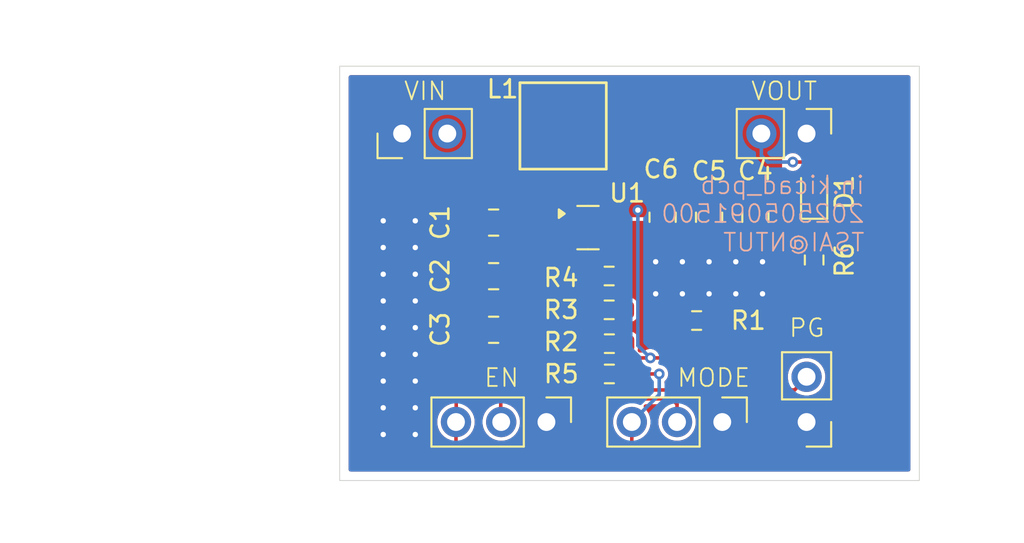
<source format=kicad_pcb>
(kicad_pcb (version 20241229) (generator "pcbnew") (generator_version "9.0")
  (layers (0 "F.Cu" signal) (2 "B.Cu" signal) (13 "F.Paste" user) (15 "B.Paste" user) (5 "F.SilkS" user "F.Silkscreen") (7 "B.SilkS" user "B.Silkscreen") (1 "F.Mask" user) (3 "B.Mask" user) (25 "Edge.Cuts" user))
  (net 0 "")
  (net 1 "GND")
  (net 2 "/VIN")
  (net 3 "/VOUT")
  (net 4 "Net-(D1-K)")
  (net 5 "/PG")
  (net 6 "/MODE")
  (net 7 "/EN")
  (net 8 "/SW")
  (net 9 "/FB")
  (net 10 "Net-(R2-Pad2)")
  (footprint "Connector_PinHeader_2.54mm:PinHeader_1x02_P2.54mm_Vertical" (layer "F.Cu") (at 95.8596 78 90)
    (property "Reference" "J3" (hide yes))
    (property "Value" "Conn_01x02" (hide yes))
    (fp_line (start -1.38 -1.38) (end 0 -1.38) (stroke (width 0.12)) (layer "F.SilkS"))
    (fp_line (start -1.38 0) (end -1.38 -1.38) (stroke (width 0.12)) (layer "F.SilkS"))
    (fp_line (start 1.38 1.27) (end 1.38 3.92) (stroke (width 0.12)) (layer "F.SilkS"))
    (fp_line (start -1.38 1.27) (end 1.38 1.27) (stroke (width 0.12)) (layer "F.SilkS"))
    (fp_line (start -1.38 1.27) (end -1.38 3.92) (stroke (width 0.12)) (layer "F.SilkS"))
    (fp_line (start -1.38 3.92) (end 1.38 3.92) (stroke (width 0.12)) (layer "F.SilkS"))
    (pad "1" thru_hole rect (at 0 0 90) (size 1.7 1.7) (drill 1) (layers "*.Cu" "*.Mask") (net 1 "GND"))
    (pad "2" thru_hole circle (at 0 2.54 90) (size 1.7 1.7) (drill 1) (layers "*.Cu" "*.Mask") (net 2 "/VIN"))
  )
  (footprint "Capacitor_SMD:C_0805_2012Metric_Pad1.18x1.45mm_HandSolder" (layer "F.Cu") (at 113.1 82.7 -90)
    (property "Reference" "C5" (at -2.6 0 180) (layer "F.SilkS"))
    (property "Value" "22uF")
    (fp_line (start -0.261252 0.735) (end 0.261252 0.735) (stroke (width 0.12)) (layer "F.SilkS"))
    (fp_line (start -0.261252 -0.735) (end 0.261252 -0.735) (stroke (width 0.12)) (layer "F.SilkS"))
    (pad "1" smd roundrect (at -1.0375 0 270) (size 1.175 1.45) (layers "F.Cu" "F.Mask" "F.Paste") (roundrect_rratio 0.212766) (net 3 "/VOUT"))
    (pad "2" smd roundrect (at 1.0375 0 270) (size 1.175 1.45) (layers "F.Cu" "F.Mask" "F.Paste") (roundrect_rratio 0.212766) (net 1 "GND"))
  )
  (footprint "Capacitor_SMD:C_0805_2012Metric_Pad1.18x1.45mm_HandSolder" (layer "F.Cu") (at 101 86.01 180)
    (property "Reference" "C2" (at 3 0.01 90) (layer "F.SilkS"))
    (property "Value" "22uF")
    (fp_line (start -0.261252 0.735) (end 0.261252 0.735) (stroke (width 0.12)) (layer "F.SilkS"))
    (fp_line (start -0.261252 -0.735) (end 0.261252 -0.735) (stroke (width 0.12)) (layer "F.SilkS"))
    (pad "1" smd roundrect (at -1.0375 0 180) (size 1.175 1.45) (layers "F.Cu" "F.Mask" "F.Paste") (roundrect_rratio 0.212766) (net 2 "/VIN"))
    (pad "2" smd roundrect (at 1.0375 0 180) (size 1.175 1.45) (layers "F.Cu" "F.Mask" "F.Paste") (roundrect_rratio 0.212766) (net 1 "GND"))
  )
  (footprint "Capacitor_SMD:C_0805_2012Metric_Pad1.18x1.45mm_HandSolder" (layer "F.Cu") (at 101 89.02 180)
    (property "Reference" "C3" (at 3 0.02 90) (layer "F.SilkS"))
    (property "Value" "22uF")
    (fp_line (start -0.261252 0.735) (end 0.261252 0.735) (stroke (width 0.12)) (layer "F.SilkS"))
    (fp_line (start -0.261252 -0.735) (end 0.261252 -0.735) (stroke (width 0.12)) (layer "F.SilkS"))
    (pad "1" smd roundrect (at -1.0375 0 180) (size 1.175 1.45) (layers "F.Cu" "F.Mask" "F.Paste") (roundrect_rratio 0.212766) (net 2 "/VIN"))
    (pad "2" smd roundrect (at 1.0375 0 180) (size 1.175 1.45) (layers "F.Cu" "F.Mask" "F.Paste") (roundrect_rratio 0.212766) (net 1 "GND"))
  )
  (footprint "Resistor_SMD:R_0603_1608Metric_Pad0.98x0.95mm_HandSolder" (layer "F.Cu") (at 107.5 91.5 180)
    (property "Reference" "R5" (at 2.7 0 0) (layer "F.SilkS"))
    (property "Value" "DNP")
    (fp_line (start -0.254724 0.5225) (end 0.254724 0.5225) (stroke (width 0.12)) (layer "F.SilkS"))
    (fp_line (start -0.254724 -0.5225) (end 0.254724 -0.5225) (stroke (width 0.12)) (layer "F.SilkS"))
    (pad "1" smd roundrect (at -0.9125 0 180) (size 0.975 0.95) (layers "F.Cu" "F.Mask" "F.Paste") (net 2 "/VIN"))
    (pad "2" smd roundrect (at 0.9125 0 180) (size 0.975 0.95) (layers "F.Cu" "F.Mask" "F.Paste") (net 9 "/FB"))
  )
  (footprint "LED_SMD:LED_0603_1608Metric" (layer "F.Cu") (at 119 81.3 90)
    (property "Reference" "D1" (at 0 1.7 90) (layer "F.SilkS"))
    (property "Value" "LED")
    (fp_line (start 0.8 -0.735) (end -1.485 -0.735) (stroke (width 0.12)) (layer "F.SilkS"))
    (fp_line (start -1.485 -0.735) (end -1.485 0.735) (stroke (width 0.12)) (layer "F.SilkS"))
    (fp_line (start -1.485 0.735) (end 0.8 0.735) (stroke (width 0.12)) (layer "F.SilkS"))
    (pad "1" smd roundrect (at -0.7875 0 90) (size 0.875 0.95) (layers "F.Cu" "F.Mask" "F.Paste") (net 4 "Net-(D1-K)"))
    (pad "2" smd roundrect (at 0.7875 0 90) (size 0.875 0.95) (layers "F.Cu" "F.Mask" "F.Paste") (net 3 "/VOUT"))
  )
  (footprint "Capacitor_SMD:C_0805_2012Metric_Pad1.18x1.45mm_HandSolder" (layer "F.Cu") (at 101 83 180)
    (property "Reference" "C1" (at 3 0 90) (layer "F.SilkS"))
    (property "Value" "0.1uF")
    (fp_line (start -0.261252 0.735) (end 0.261252 0.735) (stroke (width 0.12)) (layer "F.SilkS"))
    (fp_line (start -0.261252 -0.735) (end 0.261252 -0.735) (stroke (width 0.12)) (layer "F.SilkS"))
    (pad "1" smd roundrect (at -1.0375 0 180) (size 1.175 1.45) (layers "F.Cu" "F.Mask" "F.Paste") (roundrect_rratio 0.212766) (net 2 "/VIN"))
    (pad "2" smd roundrect (at 1.0375 0 180) (size 1.175 1.45) (layers "F.Cu" "F.Mask" "F.Paste") (roundrect_rratio 0.212766) (net 1 "GND"))
  )
  (footprint "Capacitor_SMD:C_0805_2012Metric_Pad1.18x1.45mm_HandSolder" (layer "F.Cu") (at 110.49 82.7 -90)
    (property "Reference" "C6" (at -2.7 0.09 180) (layer "F.SilkS"))
    (property "Value" "22uF")
    (fp_line (start -0.261252 0.735) (end 0.261252 0.735) (stroke (width 0.12)) (layer "F.SilkS"))
    (fp_line (start -0.261252 -0.735) (end 0.261252 -0.735) (stroke (width 0.12)) (layer "F.SilkS"))
    (pad "1" smd roundrect (at -1.0375 0 270) (size 1.175 1.45) (layers "F.Cu" "F.Mask" "F.Paste") (roundrect_rratio 0.212766) (net 3 "/VOUT"))
    (pad "2" smd roundrect (at 1.0375 0 270) (size 1.175 1.45) (layers "F.Cu" "F.Mask" "F.Paste") (roundrect_rratio 0.212766) (net 1 "GND"))
  )
  (footprint "Resistor_SMD:R_0603_1608Metric_Pad0.98x0.95mm_HandSolder" (layer "F.Cu") (at 107.5 89.8)
    (property "Reference" "R2" (at -2.7125 -0.1 0) (layer "F.SilkS"))
    (property "Value" "49.9")
    (fp_line (start -0.254724 -0.5225) (end 0.254724 -0.5225) (stroke (width 0.12)) (layer "F.SilkS"))
    (fp_line (start -0.254724 0.5225) (end 0.254724 0.5225) (stroke (width 0.12)) (layer "F.SilkS"))
    (pad "1" smd roundrect (at -0.9125 0) (size 0.975 0.95) (layers "F.Cu" "F.Mask" "F.Paste") (net 3 "/VOUT"))
    (pad "2" smd roundrect (at 0.9125 0) (size 0.975 0.95) (layers "F.Cu" "F.Mask" "F.Paste") (net 10 "Net-(R2-Pad2)"))
  )
  (footprint "Capacitor_SMD:C_0805_2012Metric_Pad1.18x1.45mm_HandSolder" (layer "F.Cu") (at 115.7 82.7 -90)
    (property "Reference" "C4" (at -2.6 0 180) (layer "F.SilkS"))
    (property "Value" "0.1uF")
    (fp_line (start -0.261252 0.735) (end 0.261252 0.735) (stroke (width 0.12)) (layer "F.SilkS"))
    (fp_line (start -0.261252 -0.735) (end 0.261252 -0.735) (stroke (width 0.12)) (layer "F.SilkS"))
    (pad "1" smd roundrect (at -1.0375 0 270) (size 1.175 1.45) (layers "F.Cu" "F.Mask" "F.Paste") (roundrect_rratio 0.212766) (net 3 "/VOUT"))
    (pad "2" smd roundrect (at 1.0375 0 270) (size 1.175 1.45) (layers "F.Cu" "F.Mask" "F.Paste") (roundrect_rratio 0.212766) (net 1 "GND"))
  )
  (footprint "Connector_PinHeader_2.54mm:PinHeader_1x03_P2.54mm_Vertical" (layer "F.Cu") (at 113.84 94.2 -90)
    (property "Reference" "J4" (hide yes))
    (property "Value" "Conn_01x03" (hide yes))
    (fp_line (start -1.38 6.46) (end 1.38 6.46) (stroke (width 0.12)) (layer "F.SilkS"))
    (fp_line (start -1.38 1.27) (end -1.38 6.46) (stroke (width 0.12)) (layer "F.SilkS"))
    (fp_line (start -1.38 1.27) (end 1.38 1.27) (stroke (width 0.12)) (layer "F.SilkS"))
    (fp_line (start 1.38 1.27) (end 1.38 6.46) (stroke (width 0.12)) (layer "F.SilkS"))
    (fp_line (start -1.38 0) (end -1.38 -1.38) (stroke (width 0.12)) (layer "F.SilkS"))
    (fp_line (start -1.38 -1.38) (end 0 -1.38) (stroke (width 0.12)) (layer "F.SilkS"))
    (pad "1" thru_hole rect (at 0 0 270) (size 1.7 1.7) (drill 1) (layers "*.Cu" "*.Mask") (net 1 "GND"))
    (pad "2" thru_hole circle (at 0 2.54 270) (size 1.7 1.7) (drill 1) (layers "*.Cu" "*.Mask") (net 6 "/MODE"))
    (pad "3" thru_hole circle (at 0 5.08 270) (size 1.7 1.7) (drill 1) (layers "*.Cu" "*.Mask") (net 2 "/VIN"))
  )
  (footprint "Resistor_SMD:R_0603_1608Metric_Pad0.98x0.95mm_HandSolder" (layer "F.Cu") (at 119 85.1 -90)
    (property "Reference" "R6" (at 0 -1.7 90) (layer "F.SilkS"))
    (property "Value" "1K")
    (fp_line (start -0.254724 0.5225) (end 0.254724 0.5225) (stroke (width 0.12)) (layer "F.SilkS"))
    (fp_line (start -0.254724 -0.5225) (end 0.254724 -0.5225) (stroke (width 0.12)) (layer "F.SilkS"))
    (pad "1" smd roundrect (at -0.9125 0 270) (size 0.975 0.95) (layers "F.Cu" "F.Mask" "F.Paste") (net 4 "Net-(D1-K)"))
    (pad "2" smd roundrect (at 0.9125 0 270) (size 0.975 0.95) (layers "F.Cu" "F.Mask" "F.Paste") (net 1 "GND"))
  )
  (footprint "Resistor_SMD:R_0603_1608Metric_Pad0.98x0.95mm_HandSolder" (layer "F.Cu") (at 107.4875 86)
    (property "Reference" "R4" (at -2.7 0.1 0) (layer "F.SilkS"))
    (property "Value" "100K")
    (fp_line (start -0.254724 -0.5225) (end 0.254724 -0.5225) (stroke (width 0.12)) (layer "F.SilkS"))
    (fp_line (start -0.254724 0.5225) (end 0.254724 0.5225) (stroke (width 0.12)) (layer "F.SilkS"))
    (pad "1" smd roundrect (at -0.9125 0) (size 0.975 0.95) (layers "F.Cu" "F.Mask" "F.Paste") (net 9 "/FB"))
    (pad "2" smd roundrect (at 0.9125 0) (size 0.975 0.95) (layers "F.Cu" "F.Mask" "F.Paste") (net 1 "GND"))
  )
  (footprint "TPS61033:SOT-5X3" (layer "F.Cu") (at 106.3 83)
    (property "Reference" "U1" (at 2.2 -1.65 0) (layer "F.SilkS"))
    (property "Value" "~")
    (fp_line (start 0 -0.935) (end -0.6 -0.935) (stroke (width 0.12)) (layer "F.SilkS"))
    (fp_line (start 0 -0.935) (end 0.6 -0.935) (stroke (width 0.12)) (layer "F.SilkS"))
    (fp_line (start 0 1.5) (end -0.6 1.5) (stroke (width 0.12)) (layer "F.SilkS"))
    (fp_line (start 0 1.5) (end 0.6 1.5) (stroke (width 0.12)) (layer "F.SilkS"))
    (fp_poly (pts (xy -1.31 -0.5) (xy -1.64 -0.26) (xy -1.64 -0.74)) (stroke (width 0.12)) (fill yes) (layer "F.SilkS"))
    (pad "1" smd roundrect (at -0.7125 -0.5) (size 0.675 0.35) (layers "F.Cu" "F.Mask" "F.Paste") (roundrect_rratio 0.1428571429) (net 2 "/VIN"))
    (pad "2" smd roundrect (at -0.7125 0) (size 0.675 0.35) (layers "F.Cu" "F.Mask" "F.Paste") (roundrect_rratio 0.1428571429) (net 7 "/EN"))
    (pad "3" smd roundrect (at -0.7125 0.5) (size 0.675 0.35) (layers "F.Cu" "F.Mask" "F.Paste") (roundrect_rratio 0.1428571429) (net 6 "/MODE"))
    (pad "4" smd roundrect (at -0.7 1) (size 0.675 0.35) (layers "F.Cu" "F.Mask" "F.Paste") (roundrect_rratio 0.1428571429) (net 5 "/PG"))
    (pad "5" smd roundrect (at 0.7 1) (size 0.675 0.35) (layers "F.Cu" "F.Mask" "F.Paste") (roundrect_rratio 0.1428571429) (net 9 "/FB"))
    (pad "6" smd roundrect (at 0.7125 0.5) (size 0.675 0.35) (layers "F.Cu" "F.Mask" "F.Paste") (roundrect_rratio 0.1428571429) (net 1 "GND"))
    (pad "7" smd roundrect (at 0.7125 0) (size 0.675 0.35) (layers "F.Cu" "F.Mask" "F.Paste") (roundrect_rratio 0.1428571429) (net 8 "/SW"))
    (pad "8" smd roundrect (at 0.7125 -0.5) (size 0.675 0.35) (layers "F.Cu" "F.Mask" "F.Paste") (roundrect_rratio 0.1428571429) (net 3 "/VOUT"))
  )
  (footprint "Connector_PinHeader_2.54mm:PinHeader_1x03_P2.54mm_Vertical" (layer "F.Cu") (at 103.96619 94.2 -90)
    (property "Reference" "J5" (hide yes))
    (property "Value" "Conn_01x03" (hide yes))
    (fp_line (start -1.38 6.46) (end 1.38 6.46) (stroke (width 0.12)) (layer "F.SilkS"))
    (fp_line (start -1.38 1.27) (end -1.38 6.46) (stroke (width 0.12)) (layer "F.SilkS"))
    (fp_line (start -1.38 1.27) (end 1.38 1.27) (stroke (width 0.12)) (layer "F.SilkS"))
    (fp_line (start 1.38 1.27) (end 1.38 6.46) (stroke (width 0.12)) (layer "F.SilkS"))
    (fp_line (start -1.38 0) (end -1.38 -1.38) (stroke (width 0.12)) (layer "F.SilkS"))
    (fp_line (start -1.38 -1.38) (end 0 -1.38) (stroke (width 0.12)) (layer "F.SilkS"))
    (pad "1" thru_hole rect (at 0 0 270) (size 1.7 1.7) (drill 1) (layers "*.Cu" "*.Mask") (net 1 "GND"))
    (pad "2" thru_hole circle (at 0 2.54 270) (size 1.7 1.7) (drill 1) (layers "*.Cu" "*.Mask") (net 7 "/EN"))
    (pad "3" thru_hole circle (at 0 5.08 270) (size 1.7 1.7) (drill 1) (layers "*.Cu" "*.Mask") (net 2 "/VIN"))
  )
  (footprint "Connector_PinHeader_2.54mm:PinHeader_1x02_P2.54mm_Vertical" (layer "F.Cu") (at 118.575 94.2 180)
    (property "Reference" "J1" (hide yes))
    (property "Value" "Conn_01x02" (hide yes))
    (fp_line (start 1.38 1.27) (end 1.38 3.92) (stroke (width 0.12)) (layer "F.SilkS"))
    (fp_line (start -1.38 3.92) (end 1.38 3.92) (stroke (width 0.12)) (layer "F.SilkS"))
    (fp_line (start -1.38 1.27) (end 1.38 1.27) (stroke (width 0.12)) (layer "F.SilkS"))
    (fp_line (start -1.38 1.27) (end -1.38 3.92) (stroke (width 0.12)) (layer "F.SilkS"))
    (fp_line (start -1.38 0) (end -1.38 -1.38) (stroke (width 0.12)) (layer "F.SilkS"))
    (fp_line (start -1.38 -1.38) (end 0 -1.38) (stroke (width 0.12)) (layer "F.SilkS"))
    (pad "1" thru_hole rect (at 0 0 180) (size 1.7 1.7) (drill 1) (layers "*.Cu" "*.Mask") (net 1 "GND"))
    (pad "2" thru_hole circle (at 0 2.54 180) (size 1.7 1.7) (drill 1) (layers "*.Cu" "*.Mask") (net 5 "/PG"))
  )
  (footprint "Connector_PinHeader_2.54mm:PinHeader_1x02_P2.54mm_Vertical" (layer "F.Cu") (at 118.575 78 -90)
    (property "Reference" "J2" (hide yes))
    (property "Value" "Conn_01x02" (hide yes))
    (fp_line (start -1.38 3.92) (end 1.38 3.92) (stroke (width 0.12)) (layer "F.SilkS"))
    (fp_line (start -1.38 1.27) (end -1.38 3.92) (stroke (width 0.12)) (layer "F.SilkS"))
    (fp_line (start -1.38 1.27) (end 1.38 1.27) (stroke (width 0.12)) (layer "F.SilkS"))
    (fp_line (start 1.38 1.27) (end 1.38 3.92) (stroke (width 0.12)) (layer "F.SilkS"))
    (fp_line (start -1.38 0) (end -1.38 -1.38) (stroke (width 0.12)) (layer "F.SilkS"))
    (fp_line (start -1.38 -1.38) (end 0 -1.38) (stroke (width 0.12)) (layer "F.SilkS"))
    (pad "1" thru_hole rect (at 0 0 270) (size 1.7 1.7) (drill 1) (layers "*.Cu" "*.Mask") (net 1 "GND"))
    (pad "2" thru_hole circle (at 0 2.54 270) (size 1.7 1.7) (drill 1) (layers "*.Cu" "*.Mask") (net 3 "/VOUT"))
  )
  (footprint "TPS61033:IND_EXLA-0402_EAT" (layer "F.Cu") (at 104.902 77.5716)
    (property "Reference" "L1" (at -3.402 -2.0716 0) (layer "F.SilkS"))
    (property "Value" "1uH" (hide yes))
    (fp_line (start -2.4257 -2.4257) (end -2.4257 2.4257) (stroke (width 0.1524)) (layer "F.SilkS"))
    (fp_line (start -2.4257 2.4257) (end 2.4257 2.4257) (stroke (width 0.1524)) (layer "F.SilkS"))
    (fp_line (start 2.4257 -2.4257) (end -2.4257 -2.4257) (stroke (width 0.1524)) (layer "F.SilkS"))
    (fp_line (start 2.4257 2.4257) (end 2.4257 -2.4257) (stroke (width 0.1524)) (layer "F.SilkS"))
    (pad "1" smd rect (at -1.1303 0) (size 1.0922 3.7084) (layers "F.Cu" "F.Mask" "F.Paste") (net 2 "/VIN"))
    (pad "2" smd rect (at 1.1303 0) (size 1.0922 3.7084) (layers "F.Cu" "F.Mask" "F.Paste") (net 8 "/SW"))
  )
  (footprint "Resistor_SMD:R_0603_1608Metric_Pad0.98x0.95mm_HandSolder" (layer "F.Cu") (at 107.4875 87.9 180)
    (property "Reference" "R3" (at 2.7 0 0) (layer "F.SilkS"))
    (property "Value" "732K")
    (fp_line (start -0.254724 0.5225) (end 0.254724 0.5225) (stroke (width 0.12)) (layer "F.SilkS"))
    (fp_line (start -0.254724 -0.5225) (end 0.254724 -0.5225) (stroke (width 0.12)) (layer "F.SilkS"))
    (pad "1" smd roundrect (at -0.9125 0 180) (size 0.975 0.95) (layers "F.Cu" "F.Mask" "F.Paste") (net 10 "Net-(R2-Pad2)"))
    (pad "2" smd roundrect (at 0.9125 0 180) (size 0.975 0.95) (layers "F.Cu" "F.Mask" "F.Paste") (net 9 "/FB"))
  )
  (footprint "Resistor_SMD:R_0603_1608Metric_Pad0.98x0.95mm_HandSolder" (layer "F.Cu") (at 112.4 88.5)
    (property "Reference" "R1" (at 2.9 0 0) (layer "F.SilkS"))
    (property "Value" "10K")
    (fp_line (start -0.254724 -0.5225) (end 0.254724 -0.5225) (stroke (width 0.12)) (layer "F.SilkS"))
    (fp_line (start -0.254724 0.5225) (end 0.254724 0.5225) (stroke (width 0.12)) (layer "F.SilkS"))
    (pad "1" smd roundrect (at -0.9125 0) (size 0.975 0.95) (layers "F.Cu" "F.Mask" "F.Paste") (net 3 "/VOUT"))
    (pad "2" smd roundrect (at 0.9125 0) (size 0.975 0.95) (layers "F.Cu" "F.Mask" "F.Paste") (net 5 "/PG"))
  )
  (gr_rect (start 92.3544 74.2188) (end 124.908 97.4852) (stroke (width 0.05)) (fill no) (layer "Edge.Cuts"))
  (gr_text "MODE" (at 111.242381 92.3 0) (layer "F.SilkS") (effects (font (size 1 1) (thickness 0.1)) (justify left bottom)))
  (gr_text "PG" (at 117.525 89.5 0) (layer "F.SilkS") (effects (font (size 1 1) (thickness 0.1)) (justify left bottom)))
  (gr_text "EN" (at 100.4 92.3 0) (layer "F.SilkS") (effects (font (size 1 1) (thickness 0.1)) (justify left bottom)))
  (gr_text "VIN" (at 95.9 76.2 0) (layer "F.SilkS") (effects (font (size 1 1) (thickness 0.1)) (justify left bottom)))
  (gr_text "VOUT" (at 115.392857 76.2 0) (layer "F.SilkS") (effects (font (size 1 1) (thickness 0.1)) (justify left bottom)))
  (gr_text "${FILENAME}\n202505091500\nTSAI@NTUT" (at 121.9 84.7 0) (layer "B.SilkS") (effects (font (size 1 1) (thickness 0.1)) (justify left bottom mirror)))
  (via (at 113.1 85.2) (size 0.6) (drill 0.3) (layers "F.Cu" "B.Cu") (net 1))
  (via (at 94.8 82.9) (size 0.6) (drill 0.3) (layers "F.Cu" "B.Cu") (net 1))
  (via (at 114.6 87) (size 0.6) (drill 0.3) (layers "F.Cu" "B.Cu") (net 1))
  (via (at 96.6 91.9) (size 0.6) (drill 0.3) (layers "F.Cu" "B.Cu") (net 1))
  (via (at 111.6 85.2) (size 0.6) (drill 0.3) (layers "F.Cu" "B.Cu") (net 1))
  (via (at 94.8 91.9) (size 0.6) (drill 0.3) (layers "F.Cu" "B.Cu") (net 1))
  (via (at 94.8 90.4) (size 0.6) (drill 0.3) (layers "F.Cu" "B.Cu") (net 1))
  (via (at 96.6 85.9) (size 0.6) (drill 0.3) (layers "F.Cu" "B.Cu") (net 1))
  (via (at 110.1 87) (size 0.6) (drill 0.3) (layers "F.Cu" "B.Cu") (net 1))
  (via (at 110.1 85.2) (size 0.6) (drill 0.3) (layers "F.Cu" "B.Cu") (net 1))
  (via (at 96.6 84.4) (size 0.6) (drill 0.3) (layers "F.Cu" "B.Cu") (net 1))
  (via (at 111.6 87) (size 0.6) (drill 0.3) (layers "F.Cu" "B.Cu") (net 1))
  (via (at 94.8 88.9) (size 0.6) (drill 0.3) (layers "F.Cu" "B.Cu") (net 1))
  (via (at 96.6 93.4) (size 0.6) (drill 0.3) (layers "F.Cu" "B.Cu") (net 1))
  (via (at 94.8 84.4) (size 0.6) (drill 0.3) (layers "F.Cu" "B.Cu") (net 1))
  (via (at 94.8 94.9) (size 0.6) (drill 0.3) (layers "F.Cu" "B.Cu") (net 1))
  (via (at 114.6 85.2) (size 0.6) (drill 0.3) (layers "F.Cu" "B.Cu") (net 1))
  (via (at 96.6 94.9) (size 0.6) (drill 0.3) (layers "F.Cu" "B.Cu") (net 1))
  (via (at 94.8 87.4) (size 0.6) (drill 0.3) (layers "F.Cu" "B.Cu") (net 1))
  (via (at 94.8 85.9) (size 0.6) (drill 0.3) (layers "F.Cu" "B.Cu") (net 1))
  (via (at 94.8 93.4) (size 0.6) (drill 0.3) (layers "F.Cu" "B.Cu") (net 1))
  (via (at 113.1 87) (size 0.6) (drill 0.3) (layers "F.Cu" "B.Cu") (net 1))
  (via (at 96.6 88.9) (size 0.6) (drill 0.3) (layers "F.Cu" "B.Cu") (net 1))
  (via (at 96.6 90.4) (size 0.6) (drill 0.3) (layers "F.Cu" "B.Cu") (net 1))
  (via (at 116.1 85.2) (size 0.6) (drill 0.3) (layers "F.Cu" "B.Cu") (net 1))
  (via (at 96.6 82.9) (size 0.6) (drill 0.3) (layers "F.Cu" "B.Cu") (net 1))
  (via (at 96.6 87.4) (size 0.6) (drill 0.3) (layers "F.Cu" "B.Cu") (net 1))
  (via (at 116.1 87) (size 0.6) (drill 0.3) (layers "F.Cu" "B.Cu") (net 1))
  (segment (start 98.88619 94.2) (end 98.9 94.18619) (width 0.2) (layer "F.Cu") (net 2))
  (segment (start 98.9 93) (end 102.0375 89.8625) (width 0.2) (layer "F.Cu") (net 2))
  (segment (start 98.9 94.18619) (end 98.9 93) (width 0.2) (layer "F.Cu") (net 2))
  (segment (start 102.0375 89.8625) (end 102.0375 89.02) (width 0.2) (layer "F.Cu") (net 2))
  (segment (start 98.88619 95.48619) (end 98.88619 94.2) (width 0.2) (layer "F.Cu") (net 2))
  (segment (start 108.1 96) (end 99.4 96) (width 0.2) (layer "F.Cu") (net 2))
  (segment (start 99.4 96) (end 98.88619 95.48619) (width 0.2) (layer "F.Cu") (net 2))
  (segment (start 108.76 94.2) (end 108.76 95.34) (width 0.2) (layer "F.Cu") (net 2))
  (segment (start 105.5875 82.5) (end 104.7 82.5) (width 0.35) (layer "F.Cu") (net 2))
  (segment (start 110.3 91.5) (end 108.4125 91.5) (width 0.2) (layer "F.Cu") (net 2))
  (segment (start 108.76 95.34) (end 108.1 96) (width 0.2) (layer "F.Cu") (net 2))
  (via (at 110.3 91.5) (size 0.6) (drill 0.3) (layers "F.Cu" "B.Cu") (net 2))
  (segment (start 110.3 92.66) (end 108.76 94.2) (width 0.2) (layer "B.Cu") (net 2))
  (segment (start 110.3 91.5) (end 110.3 92.66) (width 0.2) (layer "B.Cu") (net 2))
  (segment (start 119 80) (end 118.6 79.6) (width 0.2) (layer "F.Cu") (net 3))
  (segment (start 118.6 79.6) (end 117.8 79.6) (width 0.2) (layer "F.Cu") (net 3))
  (segment (start 119 80.5125) (end 119 80) (width 0.2) (layer "F.Cu") (net 3))
  (segment (start 111.4875 90.3125) (end 111.4875 88.5) (width 0.2) (layer "F.Cu") (net 3))
  (segment (start 106.84375 90.6) (end 106.5875 90.34375) (width 0.2) (layer "F.Cu") (net 3))
  (segment (start 107.0125 82.5) (end 108.1 82.5) (width 0.35) (layer "F.Cu") (net 3))
  (segment (start 109.8 90.6) (end 111.2 90.6) (width 0.2) (layer "F.Cu") (net 3))
  (segment (start 106.5875 90.34375) (end 106.5875 89.8) (width 0.2) (layer "F.Cu") (net 3))
  (segment (start 109.8 90.6) (end 106.84375 90.6) (width 0.2) (layer "F.Cu") (net 3))
  (segment (start 111.2 90.6) (end 111.4875 90.3125) (width 0.2) (layer "F.Cu") (net 3))
  (via (at 109.8 90.6) (size 0.6) (drill 0.3) (layers "F.Cu" "B.Cu") (net 3))
  (via (at 117.8 79.6) (size 0.6) (drill 0.3) (layers "F.Cu" "B.Cu") (net 3))
  (via (at 109.1 82.3) (size 0.6) (drill 0.3) (layers "F.Cu" "B.Cu") (net 3))
  (segment (start 116.035 79.235) (end 116.035 78) (width 0.2) (layer "B.Cu") (net 3))
  (segment (start 116.4 79.6) (end 116.035 79.235) (width 0.2) (layer "B.Cu") (net 3))
  (segment (start 109.8 90.6) (end 109.1 89.9) (width 0.2) (layer "B.Cu") (net 3))
  (segment (start 109.1 89.9) (end 109.1 82.3) (width 0.2) (layer "B.Cu") (net 3))
  (segment (start 117.8 79.6) (end 116.4 79.6) (width 0.2) (layer "B.Cu") (net 3))
  (segment (start 119 82.0875) (end 119 84.1875) (width 0.2) (layer "F.Cu") (net 4))
  (segment (start 105.6 84) (end 104.9 84) (width 0.2) (layer "F.Cu") (net 5))
  (segment (start 118.575 91.725) (end 118.575 91.66) (width 0.2) (layer "F.Cu") (net 5))
  (segment (start 104.9 84) (end 104.6 84.3) (width 0.2) (layer "F.Cu") (net 5))
  (segment (start 117.9 92.4) (end 118.575 91.725) (width 0.2) (layer "F.Cu") (net 5))
  (segment (start 113.3 92.4) (end 113.3125 92.3875) (width 0.2) (layer "F.Cu") (net 5))
  (segment (start 104.6 92.1) (end 104.9 92.4) (width 0.2) (layer "F.Cu") (net 5))
  (segment (start 113.3125 92.3875) (end 113.3125 88.5) (width 0.2) (layer "F.Cu") (net 5))
  (segment (start 104.6 84.3) (end 104.6 92.1) (width 0.2) (layer "F.Cu") (net 5))
  (segment (start 112.5 92.4) (end 113.3 92.4) (width 0.2) (layer "F.Cu") (net 5))
  (segment (start 104.9 92.4) (end 112.5 92.4) (width 0.2) (layer "F.Cu") (net 5))
  (segment (start 112.5 92.4) (end 117.9 92.4) (width 0.2) (layer "F.Cu") (net 5))
  (segment (start 105.5875 83.5) (end 104.3 83.5) (width 0.2) (layer "F.Cu") (net 6))
  (segment (start 104.3 83.5) (end 104 83.8) (width 0.2) (layer "F.Cu") (net 6))
  (segment (start 111.3 93.2) (end 111.3 94.2) (width 0.2) (layer "F.Cu") (net 6))
  (segment (start 111 92.9) (end 111.3 93.2) (width 0.2) (layer "F.Cu") (net 6))
  (segment (start 104.3 92.9) (end 111 92.9) (width 0.2) (layer "F.Cu") (net 6))
  (segment (start 104 92.6) (end 104.3 92.9) (width 0.2) (layer "F.Cu") (net 6))
  (segment (start 104 83.8) (end 104 92.6) (width 0.2) (layer "F.Cu") (net 6))
  (segment (start 101.4 94.17381) (end 101.42619 94.2) (width 0.2) (layer "F.Cu") (net 7))
  (segment (start 103.4 90.2) (end 101.4 92.2) (width 0.2) (layer "F.Cu") (net 7))
  (segment (start 103.7 83) (end 103.4 83.3) (width 0.2) (layer "F.Cu") (net 7))
  (segment (start 103.4 83.3) (end 103.4 90.2) (width 0.2) (layer "F.Cu") (net 7))
  (segment (start 105.5875 83) (end 103.7 83) (width 0.2) (layer "F.Cu") (net 7))
  (segment (start 101.4 92.2) (end 101.4 94.17381) (width 0.2) (layer "F.Cu") (net 7))
  (segment (start 106.4 83) (end 106.3 82.9) (width 0.3) (layer "F.Cu") (net 8))
  (segment (start 106.3 82.9) (end 106.3 81.2) (width 0.3) (layer "F.Cu") (net 8))
  (segment (start 107.0125 83) (end 106.4 83) (width 0.3) (layer "F.Cu") (net 8))
  (segment (start 107 84) (end 106.5875 84.4125) (width 0.2) (layer "F.Cu") (net 9))
  (segment (start 105.5 91.5) (end 105.3 91.3) (width 0.2) (layer "F.Cu") (net 9))
  (segment (start 105.55 87.9) (end 106.575 87.9) (width 0.2) (layer "F.Cu") (net 9))
  (segment (start 105.3 88.15) (end 105.55 87.9) (width 0.2) (layer "F.Cu") (net 9))
  (segment (start 106.5875 91.5) (end 105.5 91.5) (width 0.2) (layer "F.Cu") (net 9))
  (segment (start 105.3 91.3) (end 105.3 88.15) (width 0.2) (layer "F.Cu") (net 9))
  (segment (start 106.6 91.3) (end 106.8 91.5) (width 0.2) (layer "F.Cu") (net 9))
  (segment (start 106.5875 84.4125) (end 106.5875 87.8875) (width 0.2) (layer "F.Cu") (net 9))
  (segment (start 106.5875 87.8875) (end 106.575 87.9) (width 0.2) (layer "F.Cu") (net 9))
  (segment (start 108.4 87.9) (end 108.4125 87.9125) (width 0.2) (layer "F.Cu") (net 10))
  (segment (start 108.4125 87.9125) (end 108.4125 89.8) (width 0.2) (layer "F.Cu") (net 10))
  (zone (net 2) (net_name "/VIN") (layer "F.Cu") (priority 1) (connect_pads yes (clearance 0.01)) (min_thickness 0.25) (fill yes (thermal_gap 0.5) (thermal_bridge_width 0.5))
    (polygon (pts (xy 93.5 75.5) (xy 104.5 75.5) (xy 104.5 81.5) (xy 105 82) (xy 106 82) (xy 106 82.6746) (xy 103 82.6746) (xy 103 90) (xy 101 90) (xy 101 80.5) (xy 93.5 80.5)))
  )
  (zone (net 8) (net_name "/SW") (layer "F.Cu") (priority 2) (connect_pads yes (clearance 0.01)) (min_thickness 0.25) (fill yes (thermal_gap 0.5) (thermal_bridge_width 0.5))
    (polygon (pts (xy 105.1 75.5) (xy 106.8 75.5) (xy 106.8 81.8) (xy 105.1 81.8)))
  )
  (zone (net 3) (net_name "/VOUT") (layer "F.Cu") (priority 3) (connect_pads yes (clearance 0.01)) (min_thickness 0.25) (fill yes (thermal_gap 0.5) (thermal_bridge_width 0.5))
    (polygon (pts (xy 107.5 75.5) (xy 107.5 82.7) (xy 117.2 82.7) (xy 117.2 75.5)))
  )
  (zone (net 1) (net_name "GND") (layer "F.Cu") (connect_pads yes (clearance 0.01)) (min_thickness 0.25) (fill yes (thermal_gap 0.5) (thermal_bridge_width 0.5))
    (polygon (pts (xy 90.8 70.5) (xy 130.8 70.5) (xy 130.8 99.5) (xy 90.8 99.5)))
  )
  (zone (net 1) (net_name "GND") (layer "B.Cu") (connect_pads yes (clearance 0.01)) (min_thickness 0.25) (fill yes (thermal_gap 0.5) (thermal_bridge_width 0.5))
    (polygon (pts (xy 90 72) (xy 130 72) (xy 130 101) (xy 90 101)))
  )
)
</source>
